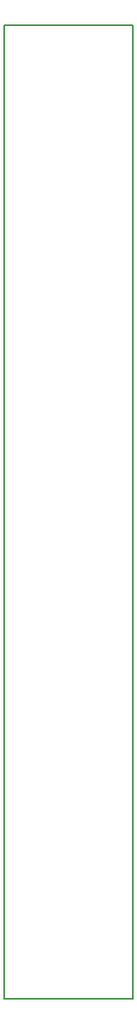
<source format=gbr>
%TF.GenerationSoftware,KiCad,Pcbnew,9.0.2*%
%TF.CreationDate,2025-12-27T16:53:08-07:00*%
%TF.ProjectId,LED Holder Logic Gates,4c454420-486f-46c6-9465-72204c6f6769,rev?*%
%TF.SameCoordinates,Original*%
%TF.FileFunction,Profile,NP*%
%FSLAX46Y46*%
G04 Gerber Fmt 4.6, Leading zero omitted, Abs format (unit mm)*
G04 Created by KiCad (PCBNEW 9.0.2) date 2025-12-27 16:53:08*
%MOMM*%
%LPD*%
G01*
G04 APERTURE LIST*
%TA.AperFunction,Profile*%
%ADD10C,0.200000*%
%TD*%
G04 APERTURE END LIST*
D10*
X126000000Y-76000000D02*
X139000000Y-76000000D01*
X139000000Y-174000000D01*
X126000000Y-174000000D01*
X126000000Y-76000000D01*
M02*

</source>
